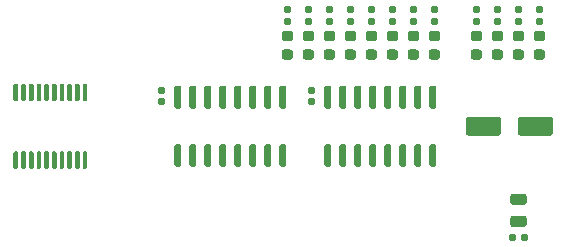
<source format=gbr>
%TF.GenerationSoftware,KiCad,Pcbnew,(5.1.10-1-10_14)*%
%TF.CreationDate,2021-10-16T23:36:31-04:00*%
%TF.ProjectId,address-register,61646472-6573-4732-9d72-656769737465,rev?*%
%TF.SameCoordinates,Original*%
%TF.FileFunction,Paste,Top*%
%TF.FilePolarity,Positive*%
%FSLAX46Y46*%
G04 Gerber Fmt 4.6, Leading zero omitted, Abs format (unit mm)*
G04 Created by KiCad (PCBNEW (5.1.10-1-10_14)) date 2021-10-16 23:36:31*
%MOMM*%
%LPD*%
G01*
G04 APERTURE LIST*
G04 APERTURE END LIST*
%TO.C,U3*%
G36*
G01*
X216151750Y-15082000D02*
X216664250Y-15082000D01*
G75*
G02*
X216883000Y-15300750I0J-218750D01*
G01*
X216883000Y-15738250D01*
G75*
G02*
X216664250Y-15957000I-218750J0D01*
G01*
X216151750Y-15957000D01*
G75*
G02*
X215933000Y-15738250I0J218750D01*
G01*
X215933000Y-15300750D01*
G75*
G02*
X216151750Y-15082000I218750J0D01*
G01*
G37*
G36*
G01*
X216151750Y-13507000D02*
X216664250Y-13507000D01*
G75*
G02*
X216883000Y-13725750I0J-218750D01*
G01*
X216883000Y-14163250D01*
G75*
G02*
X216664250Y-14382000I-218750J0D01*
G01*
X216151750Y-14382000D01*
G75*
G02*
X215933000Y-14163250I0J218750D01*
G01*
X215933000Y-13725750D01*
G75*
G02*
X216151750Y-13507000I218750J0D01*
G01*
G37*
%TD*%
%TO.C,U4*%
G36*
G01*
X185951000Y-20090000D02*
X185651000Y-20090000D01*
G75*
G02*
X185501000Y-19940000I0J150000D01*
G01*
X185501000Y-18290000D01*
G75*
G02*
X185651000Y-18140000I150000J0D01*
G01*
X185951000Y-18140000D01*
G75*
G02*
X186101000Y-18290000I0J-150000D01*
G01*
X186101000Y-19940000D01*
G75*
G02*
X185951000Y-20090000I-150000J0D01*
G01*
G37*
G36*
G01*
X187221000Y-20090000D02*
X186921000Y-20090000D01*
G75*
G02*
X186771000Y-19940000I0J150000D01*
G01*
X186771000Y-18290000D01*
G75*
G02*
X186921000Y-18140000I150000J0D01*
G01*
X187221000Y-18140000D01*
G75*
G02*
X187371000Y-18290000I0J-150000D01*
G01*
X187371000Y-19940000D01*
G75*
G02*
X187221000Y-20090000I-150000J0D01*
G01*
G37*
G36*
G01*
X188491000Y-20090000D02*
X188191000Y-20090000D01*
G75*
G02*
X188041000Y-19940000I0J150000D01*
G01*
X188041000Y-18290000D01*
G75*
G02*
X188191000Y-18140000I150000J0D01*
G01*
X188491000Y-18140000D01*
G75*
G02*
X188641000Y-18290000I0J-150000D01*
G01*
X188641000Y-19940000D01*
G75*
G02*
X188491000Y-20090000I-150000J0D01*
G01*
G37*
G36*
G01*
X189761000Y-20090000D02*
X189461000Y-20090000D01*
G75*
G02*
X189311000Y-19940000I0J150000D01*
G01*
X189311000Y-18290000D01*
G75*
G02*
X189461000Y-18140000I150000J0D01*
G01*
X189761000Y-18140000D01*
G75*
G02*
X189911000Y-18290000I0J-150000D01*
G01*
X189911000Y-19940000D01*
G75*
G02*
X189761000Y-20090000I-150000J0D01*
G01*
G37*
G36*
G01*
X191031000Y-20090000D02*
X190731000Y-20090000D01*
G75*
G02*
X190581000Y-19940000I0J150000D01*
G01*
X190581000Y-18290000D01*
G75*
G02*
X190731000Y-18140000I150000J0D01*
G01*
X191031000Y-18140000D01*
G75*
G02*
X191181000Y-18290000I0J-150000D01*
G01*
X191181000Y-19940000D01*
G75*
G02*
X191031000Y-20090000I-150000J0D01*
G01*
G37*
G36*
G01*
X192301000Y-20090000D02*
X192001000Y-20090000D01*
G75*
G02*
X191851000Y-19940000I0J150000D01*
G01*
X191851000Y-18290000D01*
G75*
G02*
X192001000Y-18140000I150000J0D01*
G01*
X192301000Y-18140000D01*
G75*
G02*
X192451000Y-18290000I0J-150000D01*
G01*
X192451000Y-19940000D01*
G75*
G02*
X192301000Y-20090000I-150000J0D01*
G01*
G37*
G36*
G01*
X193571000Y-20090000D02*
X193271000Y-20090000D01*
G75*
G02*
X193121000Y-19940000I0J150000D01*
G01*
X193121000Y-18290000D01*
G75*
G02*
X193271000Y-18140000I150000J0D01*
G01*
X193571000Y-18140000D01*
G75*
G02*
X193721000Y-18290000I0J-150000D01*
G01*
X193721000Y-19940000D01*
G75*
G02*
X193571000Y-20090000I-150000J0D01*
G01*
G37*
G36*
G01*
X194841000Y-20090000D02*
X194541000Y-20090000D01*
G75*
G02*
X194391000Y-19940000I0J150000D01*
G01*
X194391000Y-18290000D01*
G75*
G02*
X194541000Y-18140000I150000J0D01*
G01*
X194841000Y-18140000D01*
G75*
G02*
X194991000Y-18290000I0J-150000D01*
G01*
X194991000Y-19940000D01*
G75*
G02*
X194841000Y-20090000I-150000J0D01*
G01*
G37*
G36*
G01*
X194841000Y-25040000D02*
X194541000Y-25040000D01*
G75*
G02*
X194391000Y-24890000I0J150000D01*
G01*
X194391000Y-23240000D01*
G75*
G02*
X194541000Y-23090000I150000J0D01*
G01*
X194841000Y-23090000D01*
G75*
G02*
X194991000Y-23240000I0J-150000D01*
G01*
X194991000Y-24890000D01*
G75*
G02*
X194841000Y-25040000I-150000J0D01*
G01*
G37*
G36*
G01*
X193571000Y-25040000D02*
X193271000Y-25040000D01*
G75*
G02*
X193121000Y-24890000I0J150000D01*
G01*
X193121000Y-23240000D01*
G75*
G02*
X193271000Y-23090000I150000J0D01*
G01*
X193571000Y-23090000D01*
G75*
G02*
X193721000Y-23240000I0J-150000D01*
G01*
X193721000Y-24890000D01*
G75*
G02*
X193571000Y-25040000I-150000J0D01*
G01*
G37*
G36*
G01*
X192301000Y-25040000D02*
X192001000Y-25040000D01*
G75*
G02*
X191851000Y-24890000I0J150000D01*
G01*
X191851000Y-23240000D01*
G75*
G02*
X192001000Y-23090000I150000J0D01*
G01*
X192301000Y-23090000D01*
G75*
G02*
X192451000Y-23240000I0J-150000D01*
G01*
X192451000Y-24890000D01*
G75*
G02*
X192301000Y-25040000I-150000J0D01*
G01*
G37*
G36*
G01*
X191031000Y-25040000D02*
X190731000Y-25040000D01*
G75*
G02*
X190581000Y-24890000I0J150000D01*
G01*
X190581000Y-23240000D01*
G75*
G02*
X190731000Y-23090000I150000J0D01*
G01*
X191031000Y-23090000D01*
G75*
G02*
X191181000Y-23240000I0J-150000D01*
G01*
X191181000Y-24890000D01*
G75*
G02*
X191031000Y-25040000I-150000J0D01*
G01*
G37*
G36*
G01*
X189761000Y-25040000D02*
X189461000Y-25040000D01*
G75*
G02*
X189311000Y-24890000I0J150000D01*
G01*
X189311000Y-23240000D01*
G75*
G02*
X189461000Y-23090000I150000J0D01*
G01*
X189761000Y-23090000D01*
G75*
G02*
X189911000Y-23240000I0J-150000D01*
G01*
X189911000Y-24890000D01*
G75*
G02*
X189761000Y-25040000I-150000J0D01*
G01*
G37*
G36*
G01*
X188491000Y-25040000D02*
X188191000Y-25040000D01*
G75*
G02*
X188041000Y-24890000I0J150000D01*
G01*
X188041000Y-23240000D01*
G75*
G02*
X188191000Y-23090000I150000J0D01*
G01*
X188491000Y-23090000D01*
G75*
G02*
X188641000Y-23240000I0J-150000D01*
G01*
X188641000Y-24890000D01*
G75*
G02*
X188491000Y-25040000I-150000J0D01*
G01*
G37*
G36*
G01*
X187221000Y-25040000D02*
X186921000Y-25040000D01*
G75*
G02*
X186771000Y-24890000I0J150000D01*
G01*
X186771000Y-23240000D01*
G75*
G02*
X186921000Y-23090000I150000J0D01*
G01*
X187221000Y-23090000D01*
G75*
G02*
X187371000Y-23240000I0J-150000D01*
G01*
X187371000Y-24890000D01*
G75*
G02*
X187221000Y-25040000I-150000J0D01*
G01*
G37*
G36*
G01*
X185951000Y-25040000D02*
X185651000Y-25040000D01*
G75*
G02*
X185501000Y-24890000I0J150000D01*
G01*
X185501000Y-23240000D01*
G75*
G02*
X185651000Y-23090000I150000J0D01*
G01*
X185951000Y-23090000D01*
G75*
G02*
X186101000Y-23240000I0J-150000D01*
G01*
X186101000Y-24890000D01*
G75*
G02*
X185951000Y-25040000I-150000J0D01*
G01*
G37*
%TD*%
%TO.C,U2*%
G36*
G01*
X198651000Y-20090000D02*
X198351000Y-20090000D01*
G75*
G02*
X198201000Y-19940000I0J150000D01*
G01*
X198201000Y-18290000D01*
G75*
G02*
X198351000Y-18140000I150000J0D01*
G01*
X198651000Y-18140000D01*
G75*
G02*
X198801000Y-18290000I0J-150000D01*
G01*
X198801000Y-19940000D01*
G75*
G02*
X198651000Y-20090000I-150000J0D01*
G01*
G37*
G36*
G01*
X199921000Y-20090000D02*
X199621000Y-20090000D01*
G75*
G02*
X199471000Y-19940000I0J150000D01*
G01*
X199471000Y-18290000D01*
G75*
G02*
X199621000Y-18140000I150000J0D01*
G01*
X199921000Y-18140000D01*
G75*
G02*
X200071000Y-18290000I0J-150000D01*
G01*
X200071000Y-19940000D01*
G75*
G02*
X199921000Y-20090000I-150000J0D01*
G01*
G37*
G36*
G01*
X201191000Y-20090000D02*
X200891000Y-20090000D01*
G75*
G02*
X200741000Y-19940000I0J150000D01*
G01*
X200741000Y-18290000D01*
G75*
G02*
X200891000Y-18140000I150000J0D01*
G01*
X201191000Y-18140000D01*
G75*
G02*
X201341000Y-18290000I0J-150000D01*
G01*
X201341000Y-19940000D01*
G75*
G02*
X201191000Y-20090000I-150000J0D01*
G01*
G37*
G36*
G01*
X202461000Y-20090000D02*
X202161000Y-20090000D01*
G75*
G02*
X202011000Y-19940000I0J150000D01*
G01*
X202011000Y-18290000D01*
G75*
G02*
X202161000Y-18140000I150000J0D01*
G01*
X202461000Y-18140000D01*
G75*
G02*
X202611000Y-18290000I0J-150000D01*
G01*
X202611000Y-19940000D01*
G75*
G02*
X202461000Y-20090000I-150000J0D01*
G01*
G37*
G36*
G01*
X203731000Y-20090000D02*
X203431000Y-20090000D01*
G75*
G02*
X203281000Y-19940000I0J150000D01*
G01*
X203281000Y-18290000D01*
G75*
G02*
X203431000Y-18140000I150000J0D01*
G01*
X203731000Y-18140000D01*
G75*
G02*
X203881000Y-18290000I0J-150000D01*
G01*
X203881000Y-19940000D01*
G75*
G02*
X203731000Y-20090000I-150000J0D01*
G01*
G37*
G36*
G01*
X205001000Y-20090000D02*
X204701000Y-20090000D01*
G75*
G02*
X204551000Y-19940000I0J150000D01*
G01*
X204551000Y-18290000D01*
G75*
G02*
X204701000Y-18140000I150000J0D01*
G01*
X205001000Y-18140000D01*
G75*
G02*
X205151000Y-18290000I0J-150000D01*
G01*
X205151000Y-19940000D01*
G75*
G02*
X205001000Y-20090000I-150000J0D01*
G01*
G37*
G36*
G01*
X206271000Y-20090000D02*
X205971000Y-20090000D01*
G75*
G02*
X205821000Y-19940000I0J150000D01*
G01*
X205821000Y-18290000D01*
G75*
G02*
X205971000Y-18140000I150000J0D01*
G01*
X206271000Y-18140000D01*
G75*
G02*
X206421000Y-18290000I0J-150000D01*
G01*
X206421000Y-19940000D01*
G75*
G02*
X206271000Y-20090000I-150000J0D01*
G01*
G37*
G36*
G01*
X207541000Y-20090000D02*
X207241000Y-20090000D01*
G75*
G02*
X207091000Y-19940000I0J150000D01*
G01*
X207091000Y-18290000D01*
G75*
G02*
X207241000Y-18140000I150000J0D01*
G01*
X207541000Y-18140000D01*
G75*
G02*
X207691000Y-18290000I0J-150000D01*
G01*
X207691000Y-19940000D01*
G75*
G02*
X207541000Y-20090000I-150000J0D01*
G01*
G37*
G36*
G01*
X207541000Y-25040000D02*
X207241000Y-25040000D01*
G75*
G02*
X207091000Y-24890000I0J150000D01*
G01*
X207091000Y-23240000D01*
G75*
G02*
X207241000Y-23090000I150000J0D01*
G01*
X207541000Y-23090000D01*
G75*
G02*
X207691000Y-23240000I0J-150000D01*
G01*
X207691000Y-24890000D01*
G75*
G02*
X207541000Y-25040000I-150000J0D01*
G01*
G37*
G36*
G01*
X206271000Y-25040000D02*
X205971000Y-25040000D01*
G75*
G02*
X205821000Y-24890000I0J150000D01*
G01*
X205821000Y-23240000D01*
G75*
G02*
X205971000Y-23090000I150000J0D01*
G01*
X206271000Y-23090000D01*
G75*
G02*
X206421000Y-23240000I0J-150000D01*
G01*
X206421000Y-24890000D01*
G75*
G02*
X206271000Y-25040000I-150000J0D01*
G01*
G37*
G36*
G01*
X205001000Y-25040000D02*
X204701000Y-25040000D01*
G75*
G02*
X204551000Y-24890000I0J150000D01*
G01*
X204551000Y-23240000D01*
G75*
G02*
X204701000Y-23090000I150000J0D01*
G01*
X205001000Y-23090000D01*
G75*
G02*
X205151000Y-23240000I0J-150000D01*
G01*
X205151000Y-24890000D01*
G75*
G02*
X205001000Y-25040000I-150000J0D01*
G01*
G37*
G36*
G01*
X203731000Y-25040000D02*
X203431000Y-25040000D01*
G75*
G02*
X203281000Y-24890000I0J150000D01*
G01*
X203281000Y-23240000D01*
G75*
G02*
X203431000Y-23090000I150000J0D01*
G01*
X203731000Y-23090000D01*
G75*
G02*
X203881000Y-23240000I0J-150000D01*
G01*
X203881000Y-24890000D01*
G75*
G02*
X203731000Y-25040000I-150000J0D01*
G01*
G37*
G36*
G01*
X202461000Y-25040000D02*
X202161000Y-25040000D01*
G75*
G02*
X202011000Y-24890000I0J150000D01*
G01*
X202011000Y-23240000D01*
G75*
G02*
X202161000Y-23090000I150000J0D01*
G01*
X202461000Y-23090000D01*
G75*
G02*
X202611000Y-23240000I0J-150000D01*
G01*
X202611000Y-24890000D01*
G75*
G02*
X202461000Y-25040000I-150000J0D01*
G01*
G37*
G36*
G01*
X201191000Y-25040000D02*
X200891000Y-25040000D01*
G75*
G02*
X200741000Y-24890000I0J150000D01*
G01*
X200741000Y-23240000D01*
G75*
G02*
X200891000Y-23090000I150000J0D01*
G01*
X201191000Y-23090000D01*
G75*
G02*
X201341000Y-23240000I0J-150000D01*
G01*
X201341000Y-24890000D01*
G75*
G02*
X201191000Y-25040000I-150000J0D01*
G01*
G37*
G36*
G01*
X199921000Y-25040000D02*
X199621000Y-25040000D01*
G75*
G02*
X199471000Y-24890000I0J150000D01*
G01*
X199471000Y-23240000D01*
G75*
G02*
X199621000Y-23090000I150000J0D01*
G01*
X199921000Y-23090000D01*
G75*
G02*
X200071000Y-23240000I0J-150000D01*
G01*
X200071000Y-24890000D01*
G75*
G02*
X199921000Y-25040000I-150000J0D01*
G01*
G37*
G36*
G01*
X198651000Y-25040000D02*
X198351000Y-25040000D01*
G75*
G02*
X198201000Y-24890000I0J150000D01*
G01*
X198201000Y-23240000D01*
G75*
G02*
X198351000Y-23090000I150000J0D01*
G01*
X198651000Y-23090000D01*
G75*
G02*
X198801000Y-23240000I0J-150000D01*
G01*
X198801000Y-24890000D01*
G75*
G02*
X198651000Y-25040000I-150000J0D01*
G01*
G37*
%TD*%
%TO.C,U1*%
G36*
G01*
X172181000Y-19465000D02*
X171981000Y-19465000D01*
G75*
G02*
X171881000Y-19365000I0J100000D01*
G01*
X171881000Y-18090000D01*
G75*
G02*
X171981000Y-17990000I100000J0D01*
G01*
X172181000Y-17990000D01*
G75*
G02*
X172281000Y-18090000I0J-100000D01*
G01*
X172281000Y-19365000D01*
G75*
G02*
X172181000Y-19465000I-100000J0D01*
G01*
G37*
G36*
G01*
X172831000Y-19465000D02*
X172631000Y-19465000D01*
G75*
G02*
X172531000Y-19365000I0J100000D01*
G01*
X172531000Y-18090000D01*
G75*
G02*
X172631000Y-17990000I100000J0D01*
G01*
X172831000Y-17990000D01*
G75*
G02*
X172931000Y-18090000I0J-100000D01*
G01*
X172931000Y-19365000D01*
G75*
G02*
X172831000Y-19465000I-100000J0D01*
G01*
G37*
G36*
G01*
X173481000Y-19465000D02*
X173281000Y-19465000D01*
G75*
G02*
X173181000Y-19365000I0J100000D01*
G01*
X173181000Y-18090000D01*
G75*
G02*
X173281000Y-17990000I100000J0D01*
G01*
X173481000Y-17990000D01*
G75*
G02*
X173581000Y-18090000I0J-100000D01*
G01*
X173581000Y-19365000D01*
G75*
G02*
X173481000Y-19465000I-100000J0D01*
G01*
G37*
G36*
G01*
X174131000Y-19465000D02*
X173931000Y-19465000D01*
G75*
G02*
X173831000Y-19365000I0J100000D01*
G01*
X173831000Y-18090000D01*
G75*
G02*
X173931000Y-17990000I100000J0D01*
G01*
X174131000Y-17990000D01*
G75*
G02*
X174231000Y-18090000I0J-100000D01*
G01*
X174231000Y-19365000D01*
G75*
G02*
X174131000Y-19465000I-100000J0D01*
G01*
G37*
G36*
G01*
X174781000Y-19465000D02*
X174581000Y-19465000D01*
G75*
G02*
X174481000Y-19365000I0J100000D01*
G01*
X174481000Y-18090000D01*
G75*
G02*
X174581000Y-17990000I100000J0D01*
G01*
X174781000Y-17990000D01*
G75*
G02*
X174881000Y-18090000I0J-100000D01*
G01*
X174881000Y-19365000D01*
G75*
G02*
X174781000Y-19465000I-100000J0D01*
G01*
G37*
G36*
G01*
X175431000Y-19465000D02*
X175231000Y-19465000D01*
G75*
G02*
X175131000Y-19365000I0J100000D01*
G01*
X175131000Y-18090000D01*
G75*
G02*
X175231000Y-17990000I100000J0D01*
G01*
X175431000Y-17990000D01*
G75*
G02*
X175531000Y-18090000I0J-100000D01*
G01*
X175531000Y-19365000D01*
G75*
G02*
X175431000Y-19465000I-100000J0D01*
G01*
G37*
G36*
G01*
X176081000Y-19465000D02*
X175881000Y-19465000D01*
G75*
G02*
X175781000Y-19365000I0J100000D01*
G01*
X175781000Y-18090000D01*
G75*
G02*
X175881000Y-17990000I100000J0D01*
G01*
X176081000Y-17990000D01*
G75*
G02*
X176181000Y-18090000I0J-100000D01*
G01*
X176181000Y-19365000D01*
G75*
G02*
X176081000Y-19465000I-100000J0D01*
G01*
G37*
G36*
G01*
X176731000Y-19465000D02*
X176531000Y-19465000D01*
G75*
G02*
X176431000Y-19365000I0J100000D01*
G01*
X176431000Y-18090000D01*
G75*
G02*
X176531000Y-17990000I100000J0D01*
G01*
X176731000Y-17990000D01*
G75*
G02*
X176831000Y-18090000I0J-100000D01*
G01*
X176831000Y-19365000D01*
G75*
G02*
X176731000Y-19465000I-100000J0D01*
G01*
G37*
G36*
G01*
X177381000Y-19465000D02*
X177181000Y-19465000D01*
G75*
G02*
X177081000Y-19365000I0J100000D01*
G01*
X177081000Y-18090000D01*
G75*
G02*
X177181000Y-17990000I100000J0D01*
G01*
X177381000Y-17990000D01*
G75*
G02*
X177481000Y-18090000I0J-100000D01*
G01*
X177481000Y-19365000D01*
G75*
G02*
X177381000Y-19465000I-100000J0D01*
G01*
G37*
G36*
G01*
X178031000Y-19465000D02*
X177831000Y-19465000D01*
G75*
G02*
X177731000Y-19365000I0J100000D01*
G01*
X177731000Y-18090000D01*
G75*
G02*
X177831000Y-17990000I100000J0D01*
G01*
X178031000Y-17990000D01*
G75*
G02*
X178131000Y-18090000I0J-100000D01*
G01*
X178131000Y-19365000D01*
G75*
G02*
X178031000Y-19465000I-100000J0D01*
G01*
G37*
G36*
G01*
X178031000Y-25190000D02*
X177831000Y-25190000D01*
G75*
G02*
X177731000Y-25090000I0J100000D01*
G01*
X177731000Y-23815000D01*
G75*
G02*
X177831000Y-23715000I100000J0D01*
G01*
X178031000Y-23715000D01*
G75*
G02*
X178131000Y-23815000I0J-100000D01*
G01*
X178131000Y-25090000D01*
G75*
G02*
X178031000Y-25190000I-100000J0D01*
G01*
G37*
G36*
G01*
X177381000Y-25190000D02*
X177181000Y-25190000D01*
G75*
G02*
X177081000Y-25090000I0J100000D01*
G01*
X177081000Y-23815000D01*
G75*
G02*
X177181000Y-23715000I100000J0D01*
G01*
X177381000Y-23715000D01*
G75*
G02*
X177481000Y-23815000I0J-100000D01*
G01*
X177481000Y-25090000D01*
G75*
G02*
X177381000Y-25190000I-100000J0D01*
G01*
G37*
G36*
G01*
X176731000Y-25190000D02*
X176531000Y-25190000D01*
G75*
G02*
X176431000Y-25090000I0J100000D01*
G01*
X176431000Y-23815000D01*
G75*
G02*
X176531000Y-23715000I100000J0D01*
G01*
X176731000Y-23715000D01*
G75*
G02*
X176831000Y-23815000I0J-100000D01*
G01*
X176831000Y-25090000D01*
G75*
G02*
X176731000Y-25190000I-100000J0D01*
G01*
G37*
G36*
G01*
X176081000Y-25190000D02*
X175881000Y-25190000D01*
G75*
G02*
X175781000Y-25090000I0J100000D01*
G01*
X175781000Y-23815000D01*
G75*
G02*
X175881000Y-23715000I100000J0D01*
G01*
X176081000Y-23715000D01*
G75*
G02*
X176181000Y-23815000I0J-100000D01*
G01*
X176181000Y-25090000D01*
G75*
G02*
X176081000Y-25190000I-100000J0D01*
G01*
G37*
G36*
G01*
X175431000Y-25190000D02*
X175231000Y-25190000D01*
G75*
G02*
X175131000Y-25090000I0J100000D01*
G01*
X175131000Y-23815000D01*
G75*
G02*
X175231000Y-23715000I100000J0D01*
G01*
X175431000Y-23715000D01*
G75*
G02*
X175531000Y-23815000I0J-100000D01*
G01*
X175531000Y-25090000D01*
G75*
G02*
X175431000Y-25190000I-100000J0D01*
G01*
G37*
G36*
G01*
X174781000Y-25190000D02*
X174581000Y-25190000D01*
G75*
G02*
X174481000Y-25090000I0J100000D01*
G01*
X174481000Y-23815000D01*
G75*
G02*
X174581000Y-23715000I100000J0D01*
G01*
X174781000Y-23715000D01*
G75*
G02*
X174881000Y-23815000I0J-100000D01*
G01*
X174881000Y-25090000D01*
G75*
G02*
X174781000Y-25190000I-100000J0D01*
G01*
G37*
G36*
G01*
X174131000Y-25190000D02*
X173931000Y-25190000D01*
G75*
G02*
X173831000Y-25090000I0J100000D01*
G01*
X173831000Y-23815000D01*
G75*
G02*
X173931000Y-23715000I100000J0D01*
G01*
X174131000Y-23715000D01*
G75*
G02*
X174231000Y-23815000I0J-100000D01*
G01*
X174231000Y-25090000D01*
G75*
G02*
X174131000Y-25190000I-100000J0D01*
G01*
G37*
G36*
G01*
X173481000Y-25190000D02*
X173281000Y-25190000D01*
G75*
G02*
X173181000Y-25090000I0J100000D01*
G01*
X173181000Y-23815000D01*
G75*
G02*
X173281000Y-23715000I100000J0D01*
G01*
X173481000Y-23715000D01*
G75*
G02*
X173581000Y-23815000I0J-100000D01*
G01*
X173581000Y-25090000D01*
G75*
G02*
X173481000Y-25190000I-100000J0D01*
G01*
G37*
G36*
G01*
X172831000Y-25190000D02*
X172631000Y-25190000D01*
G75*
G02*
X172531000Y-25090000I0J100000D01*
G01*
X172531000Y-23815000D01*
G75*
G02*
X172631000Y-23715000I100000J0D01*
G01*
X172831000Y-23715000D01*
G75*
G02*
X172931000Y-23815000I0J-100000D01*
G01*
X172931000Y-25090000D01*
G75*
G02*
X172831000Y-25190000I-100000J0D01*
G01*
G37*
G36*
G01*
X172181000Y-25190000D02*
X171981000Y-25190000D01*
G75*
G02*
X171881000Y-25090000I0J100000D01*
G01*
X171881000Y-23815000D01*
G75*
G02*
X171981000Y-23715000I100000J0D01*
G01*
X172181000Y-23715000D01*
G75*
G02*
X172281000Y-23815000I0J-100000D01*
G01*
X172281000Y-25090000D01*
G75*
G02*
X172181000Y-25190000I-100000J0D01*
G01*
G37*
%TD*%
%TO.C,R14*%
G36*
G01*
X216593000Y-11952000D02*
X216223000Y-11952000D01*
G75*
G02*
X216088000Y-11817000I0J135000D01*
G01*
X216088000Y-11547000D01*
G75*
G02*
X216223000Y-11412000I135000J0D01*
G01*
X216593000Y-11412000D01*
G75*
G02*
X216728000Y-11547000I0J-135000D01*
G01*
X216728000Y-11817000D01*
G75*
G02*
X216593000Y-11952000I-135000J0D01*
G01*
G37*
G36*
G01*
X216593000Y-12972000D02*
X216223000Y-12972000D01*
G75*
G02*
X216088000Y-12837000I0J135000D01*
G01*
X216088000Y-12567000D01*
G75*
G02*
X216223000Y-12432000I135000J0D01*
G01*
X216593000Y-12432000D01*
G75*
G02*
X216728000Y-12567000I0J-135000D01*
G01*
X216728000Y-12837000D01*
G75*
G02*
X216593000Y-12972000I-135000J0D01*
G01*
G37*
%TD*%
%TO.C,R12*%
G36*
G01*
X214815000Y-11952000D02*
X214445000Y-11952000D01*
G75*
G02*
X214310000Y-11817000I0J135000D01*
G01*
X214310000Y-11547000D01*
G75*
G02*
X214445000Y-11412000I135000J0D01*
G01*
X214815000Y-11412000D01*
G75*
G02*
X214950000Y-11547000I0J-135000D01*
G01*
X214950000Y-11817000D01*
G75*
G02*
X214815000Y-11952000I-135000J0D01*
G01*
G37*
G36*
G01*
X214815000Y-12972000D02*
X214445000Y-12972000D01*
G75*
G02*
X214310000Y-12837000I0J135000D01*
G01*
X214310000Y-12567000D01*
G75*
G02*
X214445000Y-12432000I135000J0D01*
G01*
X214815000Y-12432000D01*
G75*
G02*
X214950000Y-12567000I0J-135000D01*
G01*
X214950000Y-12837000D01*
G75*
G02*
X214815000Y-12972000I-135000J0D01*
G01*
G37*
%TD*%
%TO.C,R7*%
G36*
G01*
X213037000Y-11952000D02*
X212667000Y-11952000D01*
G75*
G02*
X212532000Y-11817000I0J135000D01*
G01*
X212532000Y-11547000D01*
G75*
G02*
X212667000Y-11412000I135000J0D01*
G01*
X213037000Y-11412000D01*
G75*
G02*
X213172000Y-11547000I0J-135000D01*
G01*
X213172000Y-11817000D01*
G75*
G02*
X213037000Y-11952000I-135000J0D01*
G01*
G37*
G36*
G01*
X213037000Y-12972000D02*
X212667000Y-12972000D01*
G75*
G02*
X212532000Y-12837000I0J135000D01*
G01*
X212532000Y-12567000D01*
G75*
G02*
X212667000Y-12432000I135000J0D01*
G01*
X213037000Y-12432000D01*
G75*
G02*
X213172000Y-12567000I0J-135000D01*
G01*
X213172000Y-12837000D01*
G75*
G02*
X213037000Y-12972000I-135000J0D01*
G01*
G37*
%TD*%
%TO.C,R6*%
G36*
G01*
X214390000Y-30803000D02*
X214390000Y-31173000D01*
G75*
G02*
X214255000Y-31308000I-135000J0D01*
G01*
X213985000Y-31308000D01*
G75*
G02*
X213850000Y-31173000I0J135000D01*
G01*
X213850000Y-30803000D01*
G75*
G02*
X213985000Y-30668000I135000J0D01*
G01*
X214255000Y-30668000D01*
G75*
G02*
X214390000Y-30803000I0J-135000D01*
G01*
G37*
G36*
G01*
X215410000Y-30803000D02*
X215410000Y-31173000D01*
G75*
G02*
X215275000Y-31308000I-135000J0D01*
G01*
X215005000Y-31308000D01*
G75*
G02*
X214870000Y-31173000I0J135000D01*
G01*
X214870000Y-30803000D01*
G75*
G02*
X215005000Y-30668000I135000J0D01*
G01*
X215275000Y-30668000D01*
G75*
G02*
X215410000Y-30803000I0J-135000D01*
G01*
G37*
%TD*%
%TO.C,R2*%
G36*
G01*
X211259000Y-11952000D02*
X210889000Y-11952000D01*
G75*
G02*
X210754000Y-11817000I0J135000D01*
G01*
X210754000Y-11547000D01*
G75*
G02*
X210889000Y-11412000I135000J0D01*
G01*
X211259000Y-11412000D01*
G75*
G02*
X211394000Y-11547000I0J-135000D01*
G01*
X211394000Y-11817000D01*
G75*
G02*
X211259000Y-11952000I-135000J0D01*
G01*
G37*
G36*
G01*
X211259000Y-12972000D02*
X210889000Y-12972000D01*
G75*
G02*
X210754000Y-12837000I0J135000D01*
G01*
X210754000Y-12567000D01*
G75*
G02*
X210889000Y-12432000I135000J0D01*
G01*
X211259000Y-12432000D01*
G75*
G02*
X211394000Y-12567000I0J-135000D01*
G01*
X211394000Y-12837000D01*
G75*
G02*
X211259000Y-12972000I-135000J0D01*
G01*
G37*
%TD*%
%TO.C,D12*%
G36*
G01*
X214373750Y-15082000D02*
X214886250Y-15082000D01*
G75*
G02*
X215105000Y-15300750I0J-218750D01*
G01*
X215105000Y-15738250D01*
G75*
G02*
X214886250Y-15957000I-218750J0D01*
G01*
X214373750Y-15957000D01*
G75*
G02*
X214155000Y-15738250I0J218750D01*
G01*
X214155000Y-15300750D01*
G75*
G02*
X214373750Y-15082000I218750J0D01*
G01*
G37*
G36*
G01*
X214373750Y-13507000D02*
X214886250Y-13507000D01*
G75*
G02*
X215105000Y-13725750I0J-218750D01*
G01*
X215105000Y-14163250D01*
G75*
G02*
X214886250Y-14382000I-218750J0D01*
G01*
X214373750Y-14382000D01*
G75*
G02*
X214155000Y-14163250I0J218750D01*
G01*
X214155000Y-13725750D01*
G75*
G02*
X214373750Y-13507000I218750J0D01*
G01*
G37*
%TD*%
%TO.C,D7*%
G36*
G01*
X212595750Y-15082000D02*
X213108250Y-15082000D01*
G75*
G02*
X213327000Y-15300750I0J-218750D01*
G01*
X213327000Y-15738250D01*
G75*
G02*
X213108250Y-15957000I-218750J0D01*
G01*
X212595750Y-15957000D01*
G75*
G02*
X212377000Y-15738250I0J218750D01*
G01*
X212377000Y-15300750D01*
G75*
G02*
X212595750Y-15082000I218750J0D01*
G01*
G37*
G36*
G01*
X212595750Y-13507000D02*
X213108250Y-13507000D01*
G75*
G02*
X213327000Y-13725750I0J-218750D01*
G01*
X213327000Y-14163250D01*
G75*
G02*
X213108250Y-14382000I-218750J0D01*
G01*
X212595750Y-14382000D01*
G75*
G02*
X212377000Y-14163250I0J218750D01*
G01*
X212377000Y-13725750D01*
G75*
G02*
X212595750Y-13507000I218750J0D01*
G01*
G37*
%TD*%
%TO.C,D6*%
G36*
G01*
X215086250Y-28252000D02*
X214173750Y-28252000D01*
G75*
G02*
X213930000Y-28008250I0J243750D01*
G01*
X213930000Y-27520750D01*
G75*
G02*
X214173750Y-27277000I243750J0D01*
G01*
X215086250Y-27277000D01*
G75*
G02*
X215330000Y-27520750I0J-243750D01*
G01*
X215330000Y-28008250D01*
G75*
G02*
X215086250Y-28252000I-243750J0D01*
G01*
G37*
G36*
G01*
X215086250Y-30127000D02*
X214173750Y-30127000D01*
G75*
G02*
X213930000Y-29883250I0J243750D01*
G01*
X213930000Y-29395750D01*
G75*
G02*
X214173750Y-29152000I243750J0D01*
G01*
X215086250Y-29152000D01*
G75*
G02*
X215330000Y-29395750I0J-243750D01*
G01*
X215330000Y-29883250D01*
G75*
G02*
X215086250Y-30127000I-243750J0D01*
G01*
G37*
%TD*%
%TO.C,D2*%
G36*
G01*
X210817750Y-15082000D02*
X211330250Y-15082000D01*
G75*
G02*
X211549000Y-15300750I0J-218750D01*
G01*
X211549000Y-15738250D01*
G75*
G02*
X211330250Y-15957000I-218750J0D01*
G01*
X210817750Y-15957000D01*
G75*
G02*
X210599000Y-15738250I0J218750D01*
G01*
X210599000Y-15300750D01*
G75*
G02*
X210817750Y-15082000I218750J0D01*
G01*
G37*
G36*
G01*
X210817750Y-13507000D02*
X211330250Y-13507000D01*
G75*
G02*
X211549000Y-13725750I0J-218750D01*
G01*
X211549000Y-14163250D01*
G75*
G02*
X211330250Y-14382000I-218750J0D01*
G01*
X210817750Y-14382000D01*
G75*
G02*
X210599000Y-14163250I0J218750D01*
G01*
X210599000Y-13725750D01*
G75*
G02*
X210817750Y-13507000I218750J0D01*
G01*
G37*
%TD*%
%TO.C,C5*%
G36*
G01*
X184574000Y-18822000D02*
X184234000Y-18822000D01*
G75*
G02*
X184094000Y-18682000I0J140000D01*
G01*
X184094000Y-18402000D01*
G75*
G02*
X184234000Y-18262000I140000J0D01*
G01*
X184574000Y-18262000D01*
G75*
G02*
X184714000Y-18402000I0J-140000D01*
G01*
X184714000Y-18682000D01*
G75*
G02*
X184574000Y-18822000I-140000J0D01*
G01*
G37*
G36*
G01*
X184574000Y-19782000D02*
X184234000Y-19782000D01*
G75*
G02*
X184094000Y-19642000I0J140000D01*
G01*
X184094000Y-19362000D01*
G75*
G02*
X184234000Y-19222000I140000J0D01*
G01*
X184574000Y-19222000D01*
G75*
G02*
X184714000Y-19362000I0J-140000D01*
G01*
X184714000Y-19642000D01*
G75*
G02*
X184574000Y-19782000I-140000J0D01*
G01*
G37*
%TD*%
%TO.C,C2*%
G36*
G01*
X197274000Y-18822000D02*
X196934000Y-18822000D01*
G75*
G02*
X196794000Y-18682000I0J140000D01*
G01*
X196794000Y-18402000D01*
G75*
G02*
X196934000Y-18262000I140000J0D01*
G01*
X197274000Y-18262000D01*
G75*
G02*
X197414000Y-18402000I0J-140000D01*
G01*
X197414000Y-18682000D01*
G75*
G02*
X197274000Y-18822000I-140000J0D01*
G01*
G37*
G36*
G01*
X197274000Y-19782000D02*
X196934000Y-19782000D01*
G75*
G02*
X196794000Y-19642000I0J140000D01*
G01*
X196794000Y-19362000D01*
G75*
G02*
X196934000Y-19222000I140000J0D01*
G01*
X197274000Y-19222000D01*
G75*
G02*
X197414000Y-19362000I0J-140000D01*
G01*
X197414000Y-19642000D01*
G75*
G02*
X197274000Y-19782000I-140000J0D01*
G01*
G37*
%TD*%
%TO.C,C1*%
G36*
G01*
X213168000Y-21040000D02*
X213168000Y-22140000D01*
G75*
G02*
X212918000Y-22390000I-250000J0D01*
G01*
X210418000Y-22390000D01*
G75*
G02*
X210168000Y-22140000I0J250000D01*
G01*
X210168000Y-21040000D01*
G75*
G02*
X210418000Y-20790000I250000J0D01*
G01*
X212918000Y-20790000D01*
G75*
G02*
X213168000Y-21040000I0J-250000D01*
G01*
G37*
G36*
G01*
X217568000Y-21040000D02*
X217568000Y-22140000D01*
G75*
G02*
X217318000Y-22390000I-250000J0D01*
G01*
X214818000Y-22390000D01*
G75*
G02*
X214568000Y-22140000I0J250000D01*
G01*
X214568000Y-21040000D01*
G75*
G02*
X214818000Y-20790000I250000J0D01*
G01*
X217318000Y-20790000D01*
G75*
G02*
X217568000Y-21040000I0J-250000D01*
G01*
G37*
%TD*%
%TO.C,D16*%
G36*
G01*
X194815750Y-13507000D02*
X195328250Y-13507000D01*
G75*
G02*
X195547000Y-13725750I0J-218750D01*
G01*
X195547000Y-14163250D01*
G75*
G02*
X195328250Y-14382000I-218750J0D01*
G01*
X194815750Y-14382000D01*
G75*
G02*
X194597000Y-14163250I0J218750D01*
G01*
X194597000Y-13725750D01*
G75*
G02*
X194815750Y-13507000I218750J0D01*
G01*
G37*
G36*
G01*
X194815750Y-15082000D02*
X195328250Y-15082000D01*
G75*
G02*
X195547000Y-15300750I0J-218750D01*
G01*
X195547000Y-15738250D01*
G75*
G02*
X195328250Y-15957000I-218750J0D01*
G01*
X194815750Y-15957000D01*
G75*
G02*
X194597000Y-15738250I0J218750D01*
G01*
X194597000Y-15300750D01*
G75*
G02*
X194815750Y-15082000I218750J0D01*
G01*
G37*
%TD*%
%TO.C,D17*%
G36*
G01*
X196593750Y-13507000D02*
X197106250Y-13507000D01*
G75*
G02*
X197325000Y-13725750I0J-218750D01*
G01*
X197325000Y-14163250D01*
G75*
G02*
X197106250Y-14382000I-218750J0D01*
G01*
X196593750Y-14382000D01*
G75*
G02*
X196375000Y-14163250I0J218750D01*
G01*
X196375000Y-13725750D01*
G75*
G02*
X196593750Y-13507000I218750J0D01*
G01*
G37*
G36*
G01*
X196593750Y-15082000D02*
X197106250Y-15082000D01*
G75*
G02*
X197325000Y-15300750I0J-218750D01*
G01*
X197325000Y-15738250D01*
G75*
G02*
X197106250Y-15957000I-218750J0D01*
G01*
X196593750Y-15957000D01*
G75*
G02*
X196375000Y-15738250I0J218750D01*
G01*
X196375000Y-15300750D01*
G75*
G02*
X196593750Y-15082000I218750J0D01*
G01*
G37*
%TD*%
%TO.C,D18*%
G36*
G01*
X198371750Y-13507000D02*
X198884250Y-13507000D01*
G75*
G02*
X199103000Y-13725750I0J-218750D01*
G01*
X199103000Y-14163250D01*
G75*
G02*
X198884250Y-14382000I-218750J0D01*
G01*
X198371750Y-14382000D01*
G75*
G02*
X198153000Y-14163250I0J218750D01*
G01*
X198153000Y-13725750D01*
G75*
G02*
X198371750Y-13507000I218750J0D01*
G01*
G37*
G36*
G01*
X198371750Y-15082000D02*
X198884250Y-15082000D01*
G75*
G02*
X199103000Y-15300750I0J-218750D01*
G01*
X199103000Y-15738250D01*
G75*
G02*
X198884250Y-15957000I-218750J0D01*
G01*
X198371750Y-15957000D01*
G75*
G02*
X198153000Y-15738250I0J218750D01*
G01*
X198153000Y-15300750D01*
G75*
G02*
X198371750Y-15082000I218750J0D01*
G01*
G37*
%TD*%
%TO.C,D19*%
G36*
G01*
X200149750Y-13507000D02*
X200662250Y-13507000D01*
G75*
G02*
X200881000Y-13725750I0J-218750D01*
G01*
X200881000Y-14163250D01*
G75*
G02*
X200662250Y-14382000I-218750J0D01*
G01*
X200149750Y-14382000D01*
G75*
G02*
X199931000Y-14163250I0J218750D01*
G01*
X199931000Y-13725750D01*
G75*
G02*
X200149750Y-13507000I218750J0D01*
G01*
G37*
G36*
G01*
X200149750Y-15082000D02*
X200662250Y-15082000D01*
G75*
G02*
X200881000Y-15300750I0J-218750D01*
G01*
X200881000Y-15738250D01*
G75*
G02*
X200662250Y-15957000I-218750J0D01*
G01*
X200149750Y-15957000D01*
G75*
G02*
X199931000Y-15738250I0J218750D01*
G01*
X199931000Y-15300750D01*
G75*
G02*
X200149750Y-15082000I218750J0D01*
G01*
G37*
%TD*%
%TO.C,D20*%
G36*
G01*
X201927750Y-13507000D02*
X202440250Y-13507000D01*
G75*
G02*
X202659000Y-13725750I0J-218750D01*
G01*
X202659000Y-14163250D01*
G75*
G02*
X202440250Y-14382000I-218750J0D01*
G01*
X201927750Y-14382000D01*
G75*
G02*
X201709000Y-14163250I0J218750D01*
G01*
X201709000Y-13725750D01*
G75*
G02*
X201927750Y-13507000I218750J0D01*
G01*
G37*
G36*
G01*
X201927750Y-15082000D02*
X202440250Y-15082000D01*
G75*
G02*
X202659000Y-15300750I0J-218750D01*
G01*
X202659000Y-15738250D01*
G75*
G02*
X202440250Y-15957000I-218750J0D01*
G01*
X201927750Y-15957000D01*
G75*
G02*
X201709000Y-15738250I0J218750D01*
G01*
X201709000Y-15300750D01*
G75*
G02*
X201927750Y-15082000I218750J0D01*
G01*
G37*
%TD*%
%TO.C,D21*%
G36*
G01*
X203705750Y-13507000D02*
X204218250Y-13507000D01*
G75*
G02*
X204437000Y-13725750I0J-218750D01*
G01*
X204437000Y-14163250D01*
G75*
G02*
X204218250Y-14382000I-218750J0D01*
G01*
X203705750Y-14382000D01*
G75*
G02*
X203487000Y-14163250I0J218750D01*
G01*
X203487000Y-13725750D01*
G75*
G02*
X203705750Y-13507000I218750J0D01*
G01*
G37*
G36*
G01*
X203705750Y-15082000D02*
X204218250Y-15082000D01*
G75*
G02*
X204437000Y-15300750I0J-218750D01*
G01*
X204437000Y-15738250D01*
G75*
G02*
X204218250Y-15957000I-218750J0D01*
G01*
X203705750Y-15957000D01*
G75*
G02*
X203487000Y-15738250I0J218750D01*
G01*
X203487000Y-15300750D01*
G75*
G02*
X203705750Y-15082000I218750J0D01*
G01*
G37*
%TD*%
%TO.C,D22*%
G36*
G01*
X205483750Y-13507000D02*
X205996250Y-13507000D01*
G75*
G02*
X206215000Y-13725750I0J-218750D01*
G01*
X206215000Y-14163250D01*
G75*
G02*
X205996250Y-14382000I-218750J0D01*
G01*
X205483750Y-14382000D01*
G75*
G02*
X205265000Y-14163250I0J218750D01*
G01*
X205265000Y-13725750D01*
G75*
G02*
X205483750Y-13507000I218750J0D01*
G01*
G37*
G36*
G01*
X205483750Y-15082000D02*
X205996250Y-15082000D01*
G75*
G02*
X206215000Y-15300750I0J-218750D01*
G01*
X206215000Y-15738250D01*
G75*
G02*
X205996250Y-15957000I-218750J0D01*
G01*
X205483750Y-15957000D01*
G75*
G02*
X205265000Y-15738250I0J218750D01*
G01*
X205265000Y-15300750D01*
G75*
G02*
X205483750Y-15082000I218750J0D01*
G01*
G37*
%TD*%
%TO.C,D23*%
G36*
G01*
X207261750Y-13507000D02*
X207774250Y-13507000D01*
G75*
G02*
X207993000Y-13725750I0J-218750D01*
G01*
X207993000Y-14163250D01*
G75*
G02*
X207774250Y-14382000I-218750J0D01*
G01*
X207261750Y-14382000D01*
G75*
G02*
X207043000Y-14163250I0J218750D01*
G01*
X207043000Y-13725750D01*
G75*
G02*
X207261750Y-13507000I218750J0D01*
G01*
G37*
G36*
G01*
X207261750Y-15082000D02*
X207774250Y-15082000D01*
G75*
G02*
X207993000Y-15300750I0J-218750D01*
G01*
X207993000Y-15738250D01*
G75*
G02*
X207774250Y-15957000I-218750J0D01*
G01*
X207261750Y-15957000D01*
G75*
G02*
X207043000Y-15738250I0J218750D01*
G01*
X207043000Y-15300750D01*
G75*
G02*
X207261750Y-15082000I218750J0D01*
G01*
G37*
%TD*%
%TO.C,R16*%
G36*
G01*
X195257000Y-12972000D02*
X194887000Y-12972000D01*
G75*
G02*
X194752000Y-12837000I0J135000D01*
G01*
X194752000Y-12567000D01*
G75*
G02*
X194887000Y-12432000I135000J0D01*
G01*
X195257000Y-12432000D01*
G75*
G02*
X195392000Y-12567000I0J-135000D01*
G01*
X195392000Y-12837000D01*
G75*
G02*
X195257000Y-12972000I-135000J0D01*
G01*
G37*
G36*
G01*
X195257000Y-11952000D02*
X194887000Y-11952000D01*
G75*
G02*
X194752000Y-11817000I0J135000D01*
G01*
X194752000Y-11547000D01*
G75*
G02*
X194887000Y-11412000I135000J0D01*
G01*
X195257000Y-11412000D01*
G75*
G02*
X195392000Y-11547000I0J-135000D01*
G01*
X195392000Y-11817000D01*
G75*
G02*
X195257000Y-11952000I-135000J0D01*
G01*
G37*
%TD*%
%TO.C,R17*%
G36*
G01*
X197035000Y-12972000D02*
X196665000Y-12972000D01*
G75*
G02*
X196530000Y-12837000I0J135000D01*
G01*
X196530000Y-12567000D01*
G75*
G02*
X196665000Y-12432000I135000J0D01*
G01*
X197035000Y-12432000D01*
G75*
G02*
X197170000Y-12567000I0J-135000D01*
G01*
X197170000Y-12837000D01*
G75*
G02*
X197035000Y-12972000I-135000J0D01*
G01*
G37*
G36*
G01*
X197035000Y-11952000D02*
X196665000Y-11952000D01*
G75*
G02*
X196530000Y-11817000I0J135000D01*
G01*
X196530000Y-11547000D01*
G75*
G02*
X196665000Y-11412000I135000J0D01*
G01*
X197035000Y-11412000D01*
G75*
G02*
X197170000Y-11547000I0J-135000D01*
G01*
X197170000Y-11817000D01*
G75*
G02*
X197035000Y-11952000I-135000J0D01*
G01*
G37*
%TD*%
%TO.C,R18*%
G36*
G01*
X198813000Y-12972000D02*
X198443000Y-12972000D01*
G75*
G02*
X198308000Y-12837000I0J135000D01*
G01*
X198308000Y-12567000D01*
G75*
G02*
X198443000Y-12432000I135000J0D01*
G01*
X198813000Y-12432000D01*
G75*
G02*
X198948000Y-12567000I0J-135000D01*
G01*
X198948000Y-12837000D01*
G75*
G02*
X198813000Y-12972000I-135000J0D01*
G01*
G37*
G36*
G01*
X198813000Y-11952000D02*
X198443000Y-11952000D01*
G75*
G02*
X198308000Y-11817000I0J135000D01*
G01*
X198308000Y-11547000D01*
G75*
G02*
X198443000Y-11412000I135000J0D01*
G01*
X198813000Y-11412000D01*
G75*
G02*
X198948000Y-11547000I0J-135000D01*
G01*
X198948000Y-11817000D01*
G75*
G02*
X198813000Y-11952000I-135000J0D01*
G01*
G37*
%TD*%
%TO.C,R19*%
G36*
G01*
X200591000Y-12972000D02*
X200221000Y-12972000D01*
G75*
G02*
X200086000Y-12837000I0J135000D01*
G01*
X200086000Y-12567000D01*
G75*
G02*
X200221000Y-12432000I135000J0D01*
G01*
X200591000Y-12432000D01*
G75*
G02*
X200726000Y-12567000I0J-135000D01*
G01*
X200726000Y-12837000D01*
G75*
G02*
X200591000Y-12972000I-135000J0D01*
G01*
G37*
G36*
G01*
X200591000Y-11952000D02*
X200221000Y-11952000D01*
G75*
G02*
X200086000Y-11817000I0J135000D01*
G01*
X200086000Y-11547000D01*
G75*
G02*
X200221000Y-11412000I135000J0D01*
G01*
X200591000Y-11412000D01*
G75*
G02*
X200726000Y-11547000I0J-135000D01*
G01*
X200726000Y-11817000D01*
G75*
G02*
X200591000Y-11952000I-135000J0D01*
G01*
G37*
%TD*%
%TO.C,R20*%
G36*
G01*
X202369000Y-12972000D02*
X201999000Y-12972000D01*
G75*
G02*
X201864000Y-12837000I0J135000D01*
G01*
X201864000Y-12567000D01*
G75*
G02*
X201999000Y-12432000I135000J0D01*
G01*
X202369000Y-12432000D01*
G75*
G02*
X202504000Y-12567000I0J-135000D01*
G01*
X202504000Y-12837000D01*
G75*
G02*
X202369000Y-12972000I-135000J0D01*
G01*
G37*
G36*
G01*
X202369000Y-11952000D02*
X201999000Y-11952000D01*
G75*
G02*
X201864000Y-11817000I0J135000D01*
G01*
X201864000Y-11547000D01*
G75*
G02*
X201999000Y-11412000I135000J0D01*
G01*
X202369000Y-11412000D01*
G75*
G02*
X202504000Y-11547000I0J-135000D01*
G01*
X202504000Y-11817000D01*
G75*
G02*
X202369000Y-11952000I-135000J0D01*
G01*
G37*
%TD*%
%TO.C,R21*%
G36*
G01*
X204147000Y-12972000D02*
X203777000Y-12972000D01*
G75*
G02*
X203642000Y-12837000I0J135000D01*
G01*
X203642000Y-12567000D01*
G75*
G02*
X203777000Y-12432000I135000J0D01*
G01*
X204147000Y-12432000D01*
G75*
G02*
X204282000Y-12567000I0J-135000D01*
G01*
X204282000Y-12837000D01*
G75*
G02*
X204147000Y-12972000I-135000J0D01*
G01*
G37*
G36*
G01*
X204147000Y-11952000D02*
X203777000Y-11952000D01*
G75*
G02*
X203642000Y-11817000I0J135000D01*
G01*
X203642000Y-11547000D01*
G75*
G02*
X203777000Y-11412000I135000J0D01*
G01*
X204147000Y-11412000D01*
G75*
G02*
X204282000Y-11547000I0J-135000D01*
G01*
X204282000Y-11817000D01*
G75*
G02*
X204147000Y-11952000I-135000J0D01*
G01*
G37*
%TD*%
%TO.C,R22*%
G36*
G01*
X205925000Y-12972000D02*
X205555000Y-12972000D01*
G75*
G02*
X205420000Y-12837000I0J135000D01*
G01*
X205420000Y-12567000D01*
G75*
G02*
X205555000Y-12432000I135000J0D01*
G01*
X205925000Y-12432000D01*
G75*
G02*
X206060000Y-12567000I0J-135000D01*
G01*
X206060000Y-12837000D01*
G75*
G02*
X205925000Y-12972000I-135000J0D01*
G01*
G37*
G36*
G01*
X205925000Y-11952000D02*
X205555000Y-11952000D01*
G75*
G02*
X205420000Y-11817000I0J135000D01*
G01*
X205420000Y-11547000D01*
G75*
G02*
X205555000Y-11412000I135000J0D01*
G01*
X205925000Y-11412000D01*
G75*
G02*
X206060000Y-11547000I0J-135000D01*
G01*
X206060000Y-11817000D01*
G75*
G02*
X205925000Y-11952000I-135000J0D01*
G01*
G37*
%TD*%
%TO.C,R23*%
G36*
G01*
X207703000Y-12972000D02*
X207333000Y-12972000D01*
G75*
G02*
X207198000Y-12837000I0J135000D01*
G01*
X207198000Y-12567000D01*
G75*
G02*
X207333000Y-12432000I135000J0D01*
G01*
X207703000Y-12432000D01*
G75*
G02*
X207838000Y-12567000I0J-135000D01*
G01*
X207838000Y-12837000D01*
G75*
G02*
X207703000Y-12972000I-135000J0D01*
G01*
G37*
G36*
G01*
X207703000Y-11952000D02*
X207333000Y-11952000D01*
G75*
G02*
X207198000Y-11817000I0J135000D01*
G01*
X207198000Y-11547000D01*
G75*
G02*
X207333000Y-11412000I135000J0D01*
G01*
X207703000Y-11412000D01*
G75*
G02*
X207838000Y-11547000I0J-135000D01*
G01*
X207838000Y-11817000D01*
G75*
G02*
X207703000Y-11952000I-135000J0D01*
G01*
G37*
%TD*%
M02*

</source>
